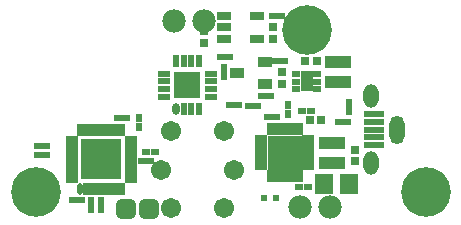
<source format=gts>
%FSLAX25Y25*%
%MOIN*%
G70*
G01*
G75*
G04 Layer_Color=8388736*
%ADD10R,0.01575X0.01772*%
%ADD11R,0.01772X0.01575*%
%ADD12R,0.08268X0.03543*%
%ADD13R,0.05906X0.01575*%
%ADD14R,0.03150X0.05709*%
%ADD15R,0.01969X0.01378*%
%ADD16R,0.04331X0.02362*%
%ADD17R,0.03740X0.02559*%
%ADD18R,0.03150X0.01575*%
%ADD19R,0.01575X0.03150*%
%ADD20O,0.01575X0.03150*%
%ADD21R,0.08268X0.08268*%
%ADD22R,0.03150X0.01181*%
%ADD23R,0.01181X0.03150*%
%ADD24O,0.01181X0.03150*%
%ADD25R,0.12598X0.12598*%
%ADD26R,0.10630X0.10630*%
%ADD27R,0.03347X0.01102*%
%ADD28R,0.01102X0.03347*%
%ADD29R,0.05315X0.05906*%
%ADD30R,0.02362X0.01969*%
%ADD31R,0.01969X0.02362*%
%ADD32R,0.01181X0.01575*%
G04:AMPARAMS|DCode=33|XSize=59.06mil|YSize=59.06mil|CornerRadius=14.76mil|HoleSize=0mil|Usage=FLASHONLY|Rotation=0.000|XOffset=0mil|YOffset=0mil|HoleType=Round|Shape=RoundedRectangle|*
%AMROUNDEDRECTD33*
21,1,0.05906,0.02953,0,0,0.0*
21,1,0.02953,0.05906,0,0,0.0*
1,1,0.02953,0.01476,-0.01476*
1,1,0.02953,-0.01476,-0.01476*
1,1,0.02953,-0.01476,0.01476*
1,1,0.02953,0.01476,0.01476*
%
%ADD33ROUNDEDRECTD33*%
%ADD34C,0.00800*%
%ADD35C,0.03000*%
%ADD36C,0.01500*%
%ADD37C,0.01000*%
%ADD38C,0.01900*%
%ADD39C,0.01300*%
%ADD40O,0.04331X0.08661*%
%ADD41O,0.04331X0.07087*%
%ADD42C,0.15748*%
%ADD43C,0.05906*%
%ADD44C,0.07000*%
%ADD45C,0.02700*%
%ADD46C,0.02000*%
%ADD47R,0.02375X0.02572*%
%ADD48R,0.02572X0.02375*%
%ADD49R,0.09068X0.04343*%
%ADD50R,0.06706X0.02375*%
%ADD51R,0.03950X0.06509*%
%ADD52R,0.02769X0.02178*%
%ADD53R,0.05131X0.03162*%
%ADD54R,0.04540X0.03359*%
%ADD55R,0.03950X0.02375*%
%ADD56R,0.02375X0.03950*%
%ADD57O,0.02375X0.03950*%
%ADD58R,0.09068X0.09068*%
%ADD59R,0.03950X0.01981*%
%ADD60R,0.01981X0.03950*%
%ADD61O,0.01981X0.03950*%
%ADD62R,0.13398X0.13398*%
%ADD63R,0.11430X0.11430*%
%ADD64R,0.04147X0.01902*%
%ADD65R,0.01902X0.04147*%
%ADD66R,0.06115X0.06706*%
%ADD67R,0.03162X0.02769*%
%ADD68R,0.02769X0.03162*%
%ADD69R,0.01981X0.02375*%
G04:AMPARAMS|DCode=70|XSize=67.06mil|YSize=67.06mil|CornerRadius=18.76mil|HoleSize=0mil|Usage=FLASHONLY|Rotation=0.000|XOffset=0mil|YOffset=0mil|HoleType=Round|Shape=RoundedRectangle|*
%AMROUNDEDRECTD70*
21,1,0.06706,0.02953,0,0,0.0*
21,1,0.02953,0.06706,0,0,0.0*
1,1,0.03753,0.01476,-0.01476*
1,1,0.03753,-0.01476,-0.01476*
1,1,0.03753,-0.01476,0.01476*
1,1,0.03753,0.01476,0.01476*
%
%ADD70ROUNDEDRECTD70*%
%ADD71O,0.05131X0.09461*%
%ADD72O,0.05131X0.07887*%
%ADD73C,0.16548*%
%ADD74C,0.06706*%
%ADD75C,0.07800*%
D47*
X290158Y397441D02*
D03*
Y394685D02*
D03*
X277559Y367126D02*
D03*
Y369882D02*
D03*
X274410Y367126D02*
D03*
Y369882D02*
D03*
X340110Y399035D02*
D03*
Y401791D02*
D03*
X318504Y414370D02*
D03*
Y411614D02*
D03*
X360236Y399803D02*
D03*
Y402559D02*
D03*
D48*
X292717Y386221D02*
D03*
X295472D02*
D03*
X256496Y388189D02*
D03*
X259252D02*
D03*
Y385039D02*
D03*
X256496D02*
D03*
X334842Y431496D02*
D03*
X337598D02*
D03*
X293898Y383071D02*
D03*
X291142D02*
D03*
X320669Y401968D02*
D03*
X323425D02*
D03*
X329724Y401575D02*
D03*
X326969D02*
D03*
X331299Y404724D02*
D03*
X334055D02*
D03*
X336024Y416535D02*
D03*
X338779D02*
D03*
X346488Y374413D02*
D03*
X343732D02*
D03*
X344732Y399913D02*
D03*
X347488D02*
D03*
X335988Y397913D02*
D03*
X333232D02*
D03*
X283268Y397638D02*
D03*
X286024D02*
D03*
X268307Y370079D02*
D03*
X271063D02*
D03*
X359646Y396063D02*
D03*
X356890D02*
D03*
X317520Y417717D02*
D03*
X320276D02*
D03*
D49*
X356693Y409646D02*
D03*
Y416339D02*
D03*
X354610Y382567D02*
D03*
Y389260D02*
D03*
D50*
X368701Y398819D02*
D03*
Y388583D02*
D03*
Y396260D02*
D03*
Y391142D02*
D03*
Y393701D02*
D03*
D51*
X346205Y409717D02*
D03*
D52*
X349748Y407059D02*
D03*
Y409618D02*
D03*
Y412177D02*
D03*
X342661Y407059D02*
D03*
Y409618D02*
D03*
Y412177D02*
D03*
D53*
X329756Y423992D02*
D03*
Y431473D02*
D03*
X318733Y423992D02*
D03*
Y427732D02*
D03*
Y431473D02*
D03*
D54*
X323130Y412598D02*
D03*
X332185Y416339D02*
D03*
Y408858D02*
D03*
D55*
X298579Y404689D02*
D03*
Y407248D02*
D03*
Y409807D02*
D03*
Y412366D02*
D03*
X314327D02*
D03*
Y409807D02*
D03*
Y407248D02*
D03*
Y404689D02*
D03*
D56*
X302614Y416402D02*
D03*
X305173D02*
D03*
X307732D02*
D03*
X310291D02*
D03*
Y400654D02*
D03*
X307732D02*
D03*
X305173D02*
D03*
D57*
X302614D02*
D03*
D58*
X306453Y408528D02*
D03*
D59*
X267842Y376858D02*
D03*
Y378827D02*
D03*
Y380796D02*
D03*
Y382764D02*
D03*
Y384733D02*
D03*
Y386701D02*
D03*
Y388669D02*
D03*
Y390638D02*
D03*
X287527D02*
D03*
Y388669D02*
D03*
Y386701D02*
D03*
Y384733D02*
D03*
Y382764D02*
D03*
Y380796D02*
D03*
Y378827D02*
D03*
Y376858D02*
D03*
D60*
X270795Y393591D02*
D03*
X272764D02*
D03*
X274732D02*
D03*
X276701D02*
D03*
X278669D02*
D03*
X280638D02*
D03*
X282606D02*
D03*
X284575D02*
D03*
Y373906D02*
D03*
X282606D02*
D03*
X280638D02*
D03*
X278669D02*
D03*
X276701D02*
D03*
X274732D02*
D03*
X272764D02*
D03*
D61*
X270795D02*
D03*
D62*
X277685Y383748D02*
D03*
D63*
X338886Y385992D02*
D03*
D64*
X331110Y390913D02*
D03*
Y388945D02*
D03*
Y386976D02*
D03*
Y385008D02*
D03*
Y383039D02*
D03*
Y381071D02*
D03*
X346661D02*
D03*
Y383039D02*
D03*
Y385008D02*
D03*
Y386976D02*
D03*
Y388945D02*
D03*
Y390913D02*
D03*
D65*
X333965Y378217D02*
D03*
X335933D02*
D03*
X337902D02*
D03*
X339870D02*
D03*
X341839D02*
D03*
X343807D02*
D03*
Y393768D02*
D03*
X341839D02*
D03*
X339870D02*
D03*
X337902D02*
D03*
X335933D02*
D03*
X333965D02*
D03*
D66*
X360343Y375413D02*
D03*
X351878D02*
D03*
D67*
X311811Y422441D02*
D03*
Y426378D02*
D03*
X335039Y427953D02*
D03*
Y424016D02*
D03*
X338090Y408858D02*
D03*
Y412795D02*
D03*
X362205Y383071D02*
D03*
Y387008D02*
D03*
D68*
X345693Y416677D02*
D03*
X349630D02*
D03*
X351079Y396913D02*
D03*
X347142D02*
D03*
D69*
X331890Y370866D02*
D03*
X335827D02*
D03*
D70*
X285827Y367323D02*
D03*
X293701D02*
D03*
D71*
X376181Y393701D02*
D03*
D72*
X367717Y382677D02*
D03*
Y404724D02*
D03*
D73*
X346457Y426772D02*
D03*
X385827Y372835D02*
D03*
X255906D02*
D03*
D74*
X318701Y393110D02*
D03*
Y367520D02*
D03*
X300984Y393110D02*
D03*
Y367520D02*
D03*
X322047Y380315D02*
D03*
X297638D02*
D03*
D75*
X353819Y367717D02*
D03*
X343819D02*
D03*
X312000Y430000D02*
D03*
X302000D02*
D03*
M02*

</source>
